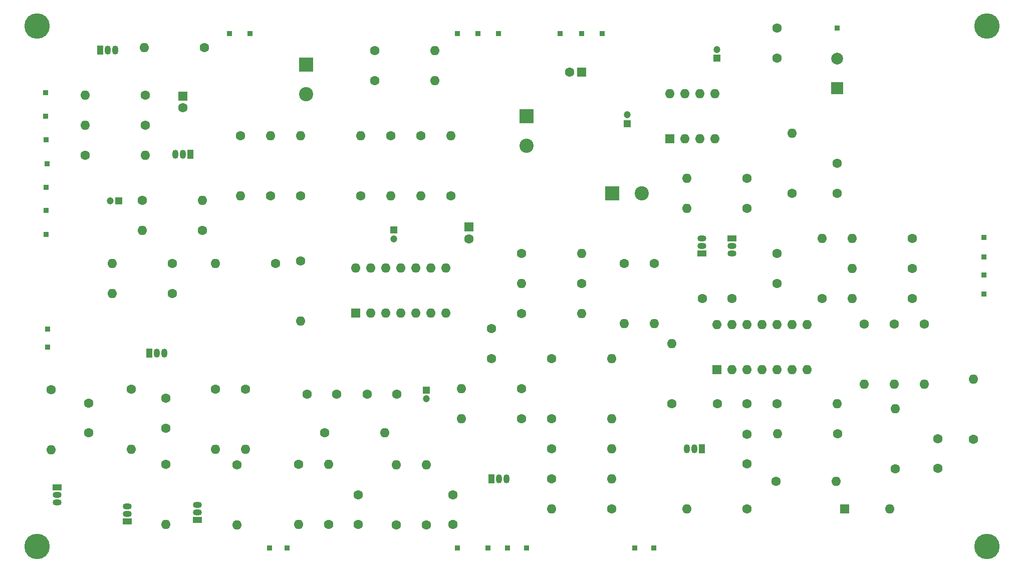
<source format=gbr>
%TF.GenerationSoftware,KiCad,Pcbnew,7.0.7*%
%TF.CreationDate,2023-09-27T22:13:29+02:00*%
%TF.ProjectId,Noise Toaster PCB,4e6f6973-6520-4546-9f61-737465722050,0.5*%
%TF.SameCoordinates,PX3c67de0PY8c099c0*%
%TF.FileFunction,Soldermask,Top*%
%TF.FilePolarity,Negative*%
%FSLAX46Y46*%
G04 Gerber Fmt 4.6, Leading zero omitted, Abs format (unit mm)*
G04 Created by KiCad (PCBNEW 7.0.7) date 2023-09-27 22:13:29*
%MOMM*%
%LPD*%
G01*
G04 APERTURE LIST*
%ADD10C,1.600000*%
%ADD11R,0.850000X0.850000*%
%ADD12O,1.600000X1.600000*%
%ADD13R,1.200000X1.200000*%
%ADD14C,1.200000*%
%ADD15R,1.600000X1.600000*%
%ADD16R,2.400000X2.400000*%
%ADD17C,2.400000*%
%ADD18R,1.050000X1.500000*%
%ADD19O,1.050000X1.500000*%
%ADD20C,4.300000*%
%ADD21R,1.500000X1.050000*%
%ADD22O,1.500000X1.050000*%
%ADD23R,2.000000X2.000000*%
%ADD24C,2.000000*%
G04 APERTURE END LIST*
D10*
%TO.C,C8*%
X74750000Y13500000D03*
X74750000Y8500000D03*
%TD*%
D11*
%TO.C,X16*%
X40500000Y91500000D03*
%TD*%
D10*
%TO.C,R52*%
X22270000Y63300000D03*
D12*
X32430000Y63300000D03*
%TD*%
D11*
%TO.C,GND*%
X82500000Y91500000D03*
%TD*%
%TO.C,X10*%
X80670000Y4500000D03*
%TD*%
%TO.C,X5*%
X164500000Y50630000D03*
%TD*%
D10*
%TO.C,R25*%
X34650000Y31380000D03*
D12*
X34650000Y21220000D03*
%TD*%
D13*
%TO.C,C25*%
X119400000Y87290000D03*
D14*
X119400000Y88790000D03*
%TD*%
D11*
%TO.C,X13*%
X6250000Y38500000D03*
%TD*%
D15*
%TO.C,U3*%
X111450000Y73700000D03*
D12*
X113990000Y73700000D03*
X116530000Y73700000D03*
X119070000Y73700000D03*
X119070000Y81320000D03*
X116530000Y81320000D03*
X113990000Y81320000D03*
X111450000Y81320000D03*
%TD*%
D10*
%TO.C,R34*%
X65170000Y8420000D03*
D12*
X65170000Y18580000D03*
%TD*%
D16*
%TO.C,C23*%
X101700000Y64430000D03*
D17*
X106700000Y64430000D03*
%TD*%
D18*
%TO.C,Q10*%
X15130000Y88680000D03*
D19*
X16400000Y88680000D03*
X17670000Y88680000D03*
%TD*%
D11*
%TO.C,X14*%
X87250000Y4500000D03*
%TD*%
%TO.C,X26*%
X139720000Y92370000D03*
%TD*%
D10*
%TO.C,R10*%
X26250000Y18660000D03*
D12*
X26250000Y8500000D03*
%TD*%
D11*
%TO.C,X27*%
X100000000Y91500000D03*
%TD*%
D18*
%TO.C,Q9*%
X30420000Y71100000D03*
D19*
X29150000Y71100000D03*
X27880000Y71100000D03*
%TD*%
D10*
%TO.C,R54*%
X49000000Y53000000D03*
D12*
X49000000Y42840000D03*
%TD*%
D10*
%TO.C,R24*%
X162750000Y22920000D03*
D12*
X162750000Y33080000D03*
%TD*%
D10*
%TO.C,R22*%
X154475000Y42380000D03*
D12*
X154475000Y32220000D03*
%TD*%
D10*
%TO.C,R11*%
X137180000Y46650000D03*
D12*
X137180000Y56810000D03*
%TD*%
D11*
%TO.C,X1*%
X164500000Y57000000D03*
%TD*%
D13*
%TO.C,C14*%
X64750000Y58250000D03*
D14*
X64750000Y56750000D03*
%TD*%
D10*
%TO.C,R21*%
X152420000Y46650000D03*
D12*
X142260000Y46650000D03*
%TD*%
D10*
%TO.C,R8*%
X6850000Y31300000D03*
D12*
X6850000Y21140000D03*
%TD*%
D10*
%TO.C,R31*%
X91460000Y36490000D03*
D12*
X101620000Y36490000D03*
%TD*%
D15*
%TO.C,C19*%
X29130000Y80920000D03*
D10*
X29130000Y78920000D03*
%TD*%
D11*
%TO.C,X+*%
X5950000Y77500000D03*
%TD*%
D20*
%TO.C,REF\u002A\u002A*%
X165000000Y4750000D03*
%TD*%
D11*
%TO.C,X7*%
X105500000Y4500000D03*
%TD*%
%TO.C,X8*%
X75500000Y4500000D03*
%TD*%
%TO.C,X15*%
X79000000Y91500000D03*
%TD*%
D10*
%TO.C,R35*%
X53090000Y24000000D03*
D12*
X63250000Y24000000D03*
%TD*%
D15*
%TO.C,C21*%
X96500000Y85000000D03*
D10*
X94500000Y85000000D03*
%TD*%
%TO.C,R70*%
X61550000Y83520000D03*
D12*
X71710000Y83520000D03*
%TD*%
D10*
%TO.C,R37*%
X96540000Y49190000D03*
D12*
X86380000Y49190000D03*
%TD*%
D10*
%TO.C,R12*%
X129420000Y15750000D03*
D12*
X139580000Y15750000D03*
%TD*%
D11*
%TO.C,X3*%
X108750000Y4500000D03*
%TD*%
D16*
%TO.C,C26*%
X49950000Y86197728D03*
D17*
X49950000Y81197728D03*
%TD*%
D11*
%TO.C,X22*%
X6050000Y73500000D03*
%TD*%
D10*
%TO.C,C5*%
X129560000Y49270000D03*
X129560000Y54270000D03*
%TD*%
D15*
%TO.C,U1*%
X119375000Y34700000D03*
D12*
X121915000Y34700000D03*
X124455000Y34700000D03*
X126995000Y34700000D03*
X129535000Y34700000D03*
X132075000Y34700000D03*
X134615000Y34700000D03*
X134615000Y42320000D03*
X132075000Y42320000D03*
X129535000Y42320000D03*
X126995000Y42320000D03*
X124455000Y42320000D03*
X121915000Y42320000D03*
X119375000Y42320000D03*
%TD*%
D10*
%TO.C,R19*%
X38250000Y18580000D03*
D12*
X38250000Y8420000D03*
%TD*%
D10*
%TO.C,C3*%
X13250000Y29000000D03*
X13250000Y24000000D03*
%TD*%
D18*
%TO.C,Q8*%
X81300000Y16170000D03*
D19*
X82570000Y16170000D03*
X83840000Y16170000D03*
%TD*%
D10*
%TO.C,R26*%
X86380000Y26330000D03*
D12*
X76220000Y26330000D03*
%TD*%
D10*
%TO.C,C1*%
X121940000Y46650000D03*
X116940000Y46650000D03*
%TD*%
%TO.C,R14*%
X152420000Y51730000D03*
D12*
X142260000Y51730000D03*
%TD*%
D10*
%TO.C,R47*%
X27330000Y47500000D03*
D12*
X17170000Y47500000D03*
%TD*%
D10*
%TO.C,R69*%
X132100000Y64430000D03*
D12*
X132100000Y74590000D03*
%TD*%
D10*
%TO.C,R59*%
X69310000Y74180000D03*
D12*
X69310000Y64020000D03*
%TD*%
D10*
%TO.C,R68*%
X124480000Y66970000D03*
D12*
X114320000Y66970000D03*
%TD*%
D10*
%TO.C,R57*%
X22750000Y75980000D03*
D12*
X12590000Y75980000D03*
%TD*%
D11*
%TO.C,X6*%
X164500000Y47450000D03*
%TD*%
D10*
%TO.C,R9*%
X20450000Y31380000D03*
D12*
X20450000Y21220000D03*
%TD*%
D11*
%TO.C,X20*%
X37000000Y91500000D03*
%TD*%
D10*
%TO.C,R62*%
X22750000Y81060000D03*
D12*
X12590000Y81060000D03*
%TD*%
D21*
%TO.C,Q5*%
X7890000Y14770000D03*
D22*
X7890000Y13500000D03*
X7890000Y12230000D03*
%TD*%
D10*
%TO.C,R17*%
X139750000Y23790000D03*
D12*
X129590000Y23790000D03*
%TD*%
D10*
%TO.C,R58*%
X38830000Y74180000D03*
D12*
X38830000Y64020000D03*
%TD*%
D15*
%TO.C,C16*%
X77450000Y58790000D03*
D10*
X77450000Y56790000D03*
%TD*%
%TO.C,C24*%
X139720000Y69510000D03*
X139720000Y64510000D03*
%TD*%
D11*
%TO.C,X17*%
X6050000Y61600000D03*
%TD*%
D10*
%TO.C,R32*%
X86380000Y44110000D03*
D12*
X96540000Y44110000D03*
%TD*%
D18*
%TO.C,Q1*%
X116860000Y21250000D03*
D19*
X115590000Y21250000D03*
X114320000Y21250000D03*
%TD*%
D10*
%TO.C,R3*%
X144315000Y42380000D03*
D12*
X144315000Y32220000D03*
%TD*%
D23*
%TO.C,C22*%
X139720000Y82210000D03*
D24*
X139720000Y87210000D03*
%TD*%
D10*
%TO.C,R42*%
X86380000Y54270000D03*
D12*
X96540000Y54270000D03*
%TD*%
D13*
%TO.C,C13*%
X70250000Y31222599D03*
D14*
X70250000Y29722599D03*
%TD*%
D15*
%TO.C,U2*%
X58375000Y44200000D03*
D12*
X60915000Y44200000D03*
X63455000Y44200000D03*
X65995000Y44200000D03*
X68535000Y44200000D03*
X71075000Y44200000D03*
X73615000Y44200000D03*
X73615000Y51820000D03*
X71075000Y51820000D03*
X68535000Y51820000D03*
X65995000Y51820000D03*
X63455000Y51820000D03*
X60915000Y51820000D03*
X58375000Y51820000D03*
%TD*%
D10*
%TO.C,R30*%
X86380000Y31410000D03*
D12*
X76220000Y31410000D03*
%TD*%
D10*
%TO.C,C11*%
X81300000Y41570000D03*
X81300000Y36570000D03*
%TD*%
D16*
%TO.C,C15*%
X87250000Y77500000D03*
D17*
X87250000Y72500000D03*
%TD*%
D11*
%TO.C,X21*%
X6150000Y69500000D03*
%TD*%
D10*
%TO.C,C12*%
X58750000Y13500000D03*
X58750000Y8500000D03*
%TD*%
%TO.C,R7*%
X129560000Y28870000D03*
D12*
X139720000Y28870000D03*
%TD*%
D15*
%TO.C,D1*%
X140990000Y11090000D03*
D12*
X148610000Y11090000D03*
%TD*%
D11*
%TO.C,X19*%
X6050000Y65500000D03*
%TD*%
D20*
%TO.C,REF\u002A\u002A*%
X4500000Y4750000D03*
%TD*%
D11*
%TO.C,X9*%
X83960000Y4500000D03*
%TD*%
D10*
%TO.C,R5*%
X111780000Y28870000D03*
D12*
X111780000Y39030000D03*
%TD*%
D10*
%TO.C,R18*%
X149500000Y17920000D03*
D12*
X149500000Y28080000D03*
%TD*%
D10*
%TO.C,R40*%
X91460000Y16170000D03*
D12*
X101620000Y16170000D03*
%TD*%
D10*
%TO.C,R55*%
X59150000Y64020000D03*
D12*
X59150000Y74180000D03*
%TD*%
D18*
%TO.C,Q7*%
X23480000Y37500000D03*
D19*
X24750000Y37500000D03*
X26020000Y37500000D03*
%TD*%
D11*
%TO.C,X23*%
X75500000Y91500000D03*
%TD*%
D10*
%TO.C,R64*%
X48990000Y64020000D03*
D12*
X48990000Y74180000D03*
%TD*%
D10*
%TO.C,R63*%
X43910000Y64020000D03*
D12*
X43910000Y74180000D03*
%TD*%
D10*
%TO.C,R48*%
X74450000Y64020000D03*
D12*
X74450000Y74180000D03*
%TD*%
D10*
%TO.C,R61*%
X12590000Y70900000D03*
D12*
X22750000Y70900000D03*
%TD*%
D11*
%TO.C,X18*%
X6050000Y57500000D03*
%TD*%
%TO.C,X4*%
X43750000Y4500000D03*
%TD*%
%TO.C,X-*%
X5950000Y81500000D03*
%TD*%
D10*
%TO.C,R45*%
X91460000Y21250000D03*
D12*
X101620000Y21250000D03*
%TD*%
D10*
%TO.C,C10*%
X55090000Y30500000D03*
X50090000Y30500000D03*
%TD*%
D13*
%TO.C,C27*%
X104250000Y76277400D03*
D14*
X104250000Y77777400D03*
%TD*%
D10*
%TO.C,C7*%
X26250000Y29800000D03*
X26250000Y24800000D03*
%TD*%
D11*
%TO.C,X12*%
X6250000Y41500000D03*
%TD*%
D21*
%TO.C,Q2*%
X19750000Y9000000D03*
D22*
X19750000Y10270000D03*
X19750000Y11540000D03*
%TD*%
D10*
%TO.C,C4*%
X124500000Y18750000D03*
X124500000Y23750000D03*
%TD*%
%TO.C,R60*%
X64230000Y74180000D03*
D12*
X64230000Y64020000D03*
%TD*%
D20*
%TO.C,REF\u002A\u002A*%
X165000000Y92750000D03*
%TD*%
D13*
%TO.C,C18*%
X18330000Y63240000D03*
D14*
X16830000Y63240000D03*
%TD*%
D10*
%TO.C,R50*%
X32430000Y58220000D03*
D12*
X22270000Y58220000D03*
%TD*%
D11*
%TO.C,X25*%
X96500000Y91500000D03*
%TD*%
D10*
%TO.C,R2*%
X152420000Y56810000D03*
D12*
X142260000Y56810000D03*
%TD*%
D21*
%TO.C,Q4*%
X121940000Y56810000D03*
D22*
X121940000Y55540000D03*
X121940000Y54270000D03*
%TD*%
D10*
%TO.C,C20*%
X129560000Y87370000D03*
X129560000Y92370000D03*
%TD*%
%TO.C,R27*%
X53750000Y8500000D03*
D12*
X53750000Y18660000D03*
%TD*%
D10*
%TO.C,C9*%
X65250000Y30500000D03*
X60250000Y30500000D03*
%TD*%
%TO.C,R36*%
X48670000Y18660000D03*
D12*
X48670000Y8500000D03*
%TD*%
D11*
%TO.C,X24*%
X92900000Y91500000D03*
%TD*%
D10*
%TO.C,R65*%
X61550000Y88600000D03*
D12*
X71710000Y88600000D03*
%TD*%
D21*
%TO.C,Q6*%
X31610000Y9230000D03*
D22*
X31610000Y10500000D03*
X31610000Y11770000D03*
%TD*%
D10*
%TO.C,C6*%
X156750000Y23000000D03*
X156750000Y18000000D03*
%TD*%
D11*
%TO.C,X11*%
X46750000Y4500000D03*
%TD*%
D10*
%TO.C,R67*%
X124480000Y61890000D03*
D12*
X114320000Y61890000D03*
%TD*%
D10*
%TO.C,R56*%
X32810000Y89100000D03*
D12*
X22650000Y89100000D03*
%TD*%
D10*
%TO.C,R23*%
X149395000Y42380000D03*
D12*
X149395000Y32220000D03*
%TD*%
D10*
%TO.C,R44*%
X91460000Y26330000D03*
D12*
X101620000Y26330000D03*
%TD*%
D10*
%TO.C,R39*%
X101620000Y11090000D03*
D12*
X91460000Y11090000D03*
%TD*%
D21*
%TO.C,Q3*%
X116860000Y54270000D03*
D22*
X116860000Y55540000D03*
X116860000Y56810000D03*
%TD*%
D10*
%TO.C,R4*%
X108830000Y52580000D03*
D12*
X108830000Y42420000D03*
%TD*%
D10*
%TO.C,C2*%
X124480000Y28870000D03*
X119480000Y28870000D03*
%TD*%
%TO.C,R6*%
X124480000Y11090000D03*
D12*
X114320000Y11090000D03*
%TD*%
D10*
%TO.C,R16*%
X103750000Y52580000D03*
D12*
X103750000Y42420000D03*
%TD*%
D20*
%TO.C,REF\u002A\u002A*%
X4500000Y92750000D03*
%TD*%
D11*
%TO.C,X2*%
X164500000Y53730000D03*
%TD*%
D10*
%TO.C,R41*%
X44775000Y52600000D03*
D12*
X34615000Y52600000D03*
%TD*%
D10*
%TO.C,R33*%
X70250000Y8420000D03*
D12*
X70250000Y18580000D03*
%TD*%
D10*
%TO.C,R46*%
X27330000Y52580000D03*
D12*
X17170000Y52580000D03*
%TD*%
D10*
%TO.C,R15*%
X39730000Y31380000D03*
D12*
X39730000Y21220000D03*
%TD*%
M02*

</source>
